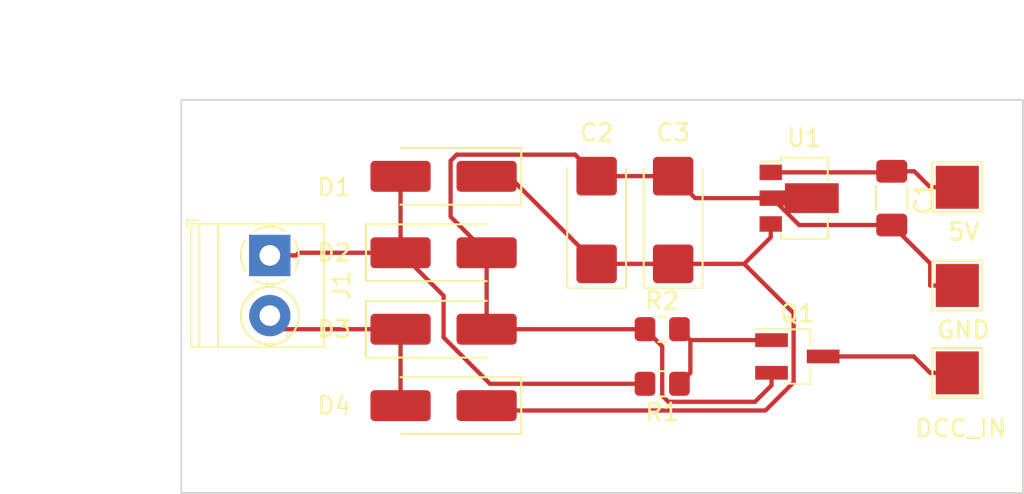
<source format=kicad_pcb>
(kicad_pcb (version 20221018) (generator pcbnew)
  (layers (0 "F.Cu" signal) (31 "B.Cu" signal) (34 "B.Paste" user) (35 "F.Paste" user) (36 "B.SilkS" user "B.Silkscreen") (37 "F.SilkS" user "F.Silkscreen") (38 "B.Mask" user) (39 "F.Mask" user) (44 "Edge.Cuts" user))
  (net 0 "")
  (net 1 "/+5V")
  (net 2 "GND")
  (net 3 "/+V")
  (net 4 "/DCC1")
  (net 5 "/DCC2")
  (net 6 "Net-(Q1-G)")
  (net 7 "/DCC_IN")
  (footprint "Diode_SMD:D_SMA_Handsoldering" (layer "F.Cu") (at 112.395 78.105 180)
    (fp_text reference "D4" (at 6.35 0) (layer "F.SilkS"))
    (fp_text value "RBR3L60AD" hide)
    (fp_line (start -4.51 -1.65) (end -4.51 1.65) (stroke (width 0.12)) (layer "F.SilkS"))
    (fp_line (start -4.51 -1.65) (end 2.5 -1.65) (stroke (width 0.12)) (layer "F.SilkS"))
    (fp_line (start -4.51 1.65) (end 2.5 1.65) (stroke (width 0.12)) (layer "F.SilkS"))
    (pad "1" smd roundrect (at -2.5 0 180) (size 3.5 1.8) (layers "F.Cu" "F.Paste" "F.Mask") (roundrect_rratio 0.1388888889) (net 3 "/+V"))
    (pad "2" smd roundrect (at 2.5 0 180) (size 3.5 1.8) (layers "F.Cu" "F.Paste" "F.Mask") (roundrect_rratio 0.1388888889) (net 5 "/DCC2"))
  )
  (footprint "Diode_SMD:D_SMA_Handsoldering" (layer "F.Cu") (at 112.395 69.215)
    (fp_text reference "D2" (at -6.35 0) (layer "F.SilkS"))
    (fp_text value "RBR3L60AD" hide)
    (fp_line (start -4.51 -1.65) (end -4.51 1.65) (stroke (width 0.12)) (layer "F.SilkS"))
    (fp_line (start -4.51 -1.65) (end 2.5 -1.65) (stroke (width 0.12)) (layer "F.SilkS"))
    (fp_line (start -4.51 1.65) (end 2.5 1.65) (stroke (width 0.12)) (layer "F.SilkS"))
    (pad "1" smd roundrect (at -2.5 0) (size 3.5 1.8) (layers "F.Cu" "F.Paste" "F.Mask") (roundrect_rratio 0.1388888889) (net 4 "/DCC1"))
    (pad "2" smd roundrect (at 2.5 0) (size 3.5 1.8) (layers "F.Cu" "F.Paste" "F.Mask") (roundrect_rratio 0.1388888889) (net 2 "GND"))
  )
  (footprint "Capacitor_SMD:C_1206_3216Metric_Pad1.33x1.80mm_HandSolder" (layer "F.Cu") (at 138.43 66.04 -90)
    (fp_text reference "C1" (at 0 -1.85 90) (layer "F.SilkS"))
    (fp_text value "10uf/16V")
    (fp_line (start -0.711252 -0.91) (end 0.711252 -0.91) (stroke (width 0.12)) (layer "F.SilkS"))
    (fp_line (start -0.711252 0.91) (end 0.711252 0.91) (stroke (width 0.12)) (layer "F.SilkS"))
    (pad "1" smd roundrect (at -1.5625 0 270) (size 1.325 1.8) (layers "F.Cu" "F.Paste" "F.Mask") (roundrect_rratio 0.188679) (net 1 "/+5V"))
    (pad "2" smd roundrect (at 1.5625 0 270) (size 1.325 1.8) (layers "F.Cu" "F.Paste" "F.Mask") (roundrect_rratio 0.188679) (net 2 "GND"))
  )
  (footprint "Diode_SMD:D_SMA_Handsoldering" (layer "F.Cu") (at 112.395 73.66)
    (fp_text reference "D3" (at -6.35 0) (layer "F.SilkS"))
    (fp_text value "RBR3L60AD" hide)
    (fp_line (start -4.51 -1.65) (end -4.51 1.65) (stroke (width 0.12)) (layer "F.SilkS"))
    (fp_line (start -4.51 -1.65) (end 2.5 -1.65) (stroke (width 0.12)) (layer "F.SilkS"))
    (fp_line (start -4.51 1.65) (end 2.5 1.65) (stroke (width 0.12)) (layer "F.SilkS"))
    (pad "1" smd roundrect (at -2.5 0) (size 3.5 1.8) (layers "F.Cu" "F.Paste" "F.Mask") (roundrect_rratio 0.1388888889) (net 5 "/DCC2"))
    (pad "2" smd roundrect (at 2.5 0) (size 3.5 1.8) (layers "F.Cu" "F.Paste" "F.Mask") (roundrect_rratio 0.1388888889) (net 2 "GND"))
  )
  (footprint "Diode_SMD:D_SMA_Handsoldering" (layer "F.Cu") (at 112.395 64.77 180)
    (fp_text reference "D1" (at 6.35 -0.635) (layer "F.SilkS"))
    (fp_text value "RBR3L60AD" hide)
    (fp_line (start -4.51 -1.65) (end -4.51 1.65) (stroke (width 0.12)) (layer "F.SilkS"))
    (fp_line (start -4.51 -1.65) (end 2.5 -1.65) (stroke (width 0.12)) (layer "F.SilkS"))
    (fp_line (start -4.51 1.65) (end 2.5 1.65) (stroke (width 0.12)) (layer "F.SilkS"))
    (pad "1" smd roundrect (at -2.5 0 180) (size 3.5 1.8) (layers "F.Cu" "F.Paste" "F.Mask") (roundrect_rratio 0.1388888889) (net 3 "/+V"))
    (pad "2" smd roundrect (at 2.5 0 180) (size 3.5 1.8) (layers "F.Cu" "F.Paste" "F.Mask") (roundrect_rratio 0.1388888889) (net 4 "/DCC1"))
  )
  (footprint "TestPoint:TestPoint_Pad_2.5x2.5mm" (layer "F.Cu") (at 142.24 76.2)
    (fp_text reference "TP1" hide)
    (fp_text value "TestPoint" hide)
    (fp_line (start -1.45 -1.45) (end 1.45 -1.45) (stroke (width 0.12)) (layer "F.SilkS"))
    (fp_line (start -1.45 1.45) (end -1.45 -1.45) (stroke (width 0.12)) (layer "F.SilkS"))
    (fp_line (start 1.45 -1.45) (end 1.45 1.45) (stroke (width 0.12)) (layer "F.SilkS"))
    (fp_line (start 1.45 1.45) (end -1.45 1.45) (stroke (width 0.12)) (layer "F.SilkS"))
    (pad "1" smd rect (at 0 0) (size 2.5 2.5) (layers "F.Cu" "F.Mask") (net 7 "/DCC_IN"))
  )
  (footprint "TestPoint:TestPoint_Pad_2.5x2.5mm" (layer "F.Cu") (at 142.24 65.405)
    (fp_text reference "TP3" hide)
    (fp_text value "TestPoint" hide)
    (fp_line (start -1.45 -1.45) (end 1.45 -1.45) (stroke (width 0.12)) (layer "F.SilkS"))
    (fp_line (start -1.45 1.45) (end -1.45 -1.45) (stroke (width 0.12)) (layer "F.SilkS"))
    (fp_line (start 1.45 -1.45) (end 1.45 1.45) (stroke (width 0.12)) (layer "F.SilkS"))
    (fp_line (start 1.45 1.45) (end -1.45 1.45) (stroke (width 0.12)) (layer "F.SilkS"))
    (pad "1" smd rect (at 0 0) (size 2.5 2.5) (layers "F.Cu" "F.Mask") (net 1 "/+5V"))
  )
  (footprint "TerminalBlock_Phoenix:TerminalBlock_Phoenix_PT-1,5-2-3.5-H_1x02_P3.50mm_Horizontal" (layer "F.Cu") (at 102.3 69.37 -90)
    (fp_text reference "J1" (at 1.75 -4.16 90) (layer "F.SilkS"))
    (fp_text value "Screw_Terminal_01x02" hide)
    (fp_line (start -2.05 4.16) (end -2.05 4.8) (stroke (width 0.12)) (layer "F.SilkS"))
    (fp_line (start -2.05 4.8) (end -1.65 4.8) (stroke (width 0.12)) (layer "F.SilkS"))
    (fp_line (start -1.81 -3.16) (end -1.81 4.56) (stroke (width 0.12)) (layer "F.SilkS"))
    (fp_line (start -1.81 -3.16) (end 5.31 -3.16) (stroke (width 0.12)) (layer "F.SilkS"))
    (fp_line (start -1.81 3) (end 5.31 3) (stroke (width 0.12)) (layer "F.SilkS"))
    (fp_line (start -1.81 4.1) (end 5.31 4.1) (stroke (width 0.12)) (layer "F.SilkS"))
    (fp_line (start -1.81 4.56) (end 5.31 4.56) (stroke (width 0.12)) (layer "F.SilkS"))
    (fp_line (start 2.355 0.941) (end 2.226 1.069) (stroke (width 0.12)) (layer "F.SilkS"))
    (fp_line (start 2.525 1.181) (end 2.431 1.274) (stroke (width 0.12)) (layer "F.SilkS"))
    (fp_line (start 4.57 -1.275) (end 4.476 -1.181) (stroke (width 0.12)) (layer "F.SilkS"))
    (fp_line (start 4.775 -1.069) (end 4.646 -0.941) (stroke (width 0.12)) (layer "F.SilkS"))
    (fp_line (start 5.31 -3.16) (end 5.31 4.56) (stroke (width 0.12)) (layer "F.SilkS"))
    (fp_arc (start -1.425358 0.889894) (mid -1.680286 0.014012) (end -1.44 -0.866) (stroke (width 0.12)) (layer "F.SilkS"))
    (fp_arc (start -0.889894 -1.425358) (mid -0.014012 -1.680286) (end 0.866 -1.44) (stroke (width 0.12)) (layer "F.SilkS"))
    (fp_arc (start 0.028674 1.680099) (mid -0.435535 1.622918) (end -0.866 1.44) (stroke (width 0.12)) (layer "F.SilkS"))
    (fp_arc (start 0.890264 1.424721) (mid 0.463071 1.61492) (end 0 1.68) (stroke (width 0.12)) (layer "F.SilkS"))
    (fp_arc (start 1.425504 -0.890193) (mid 1.680626 0.000476) (end 1.425 0.891) (stroke (width 0.12)) (layer "F.SilkS"))
    (fp_circle (center 3.5 0) (end 5.18 0) (stroke (width 0.12)) (fill none) (layer "F.SilkS"))
    (pad "1" thru_hole rect (at 0 0 270) (size 2.4 2.4) (drill 1.2) (layers "*.Cu" "*.Mask") (net 4 "/DCC1"))
    (pad "2" thru_hole circle (at 3.5 0 270) (size 2.4 2.4) (drill 1.2) (layers "*.Cu" "*.Mask") (net 5 "/DCC2"))
  )
  (footprint "Capacitor_Tantalum_SMD:CP_EIA-6032-20_AVX-F_Pad2.25x2.35mm_HandSolder" (layer "F.Cu") (at 125.73 67.31 90)
    (fp_text reference "C3" (at 5.08 0 180) (layer "F.SilkS"))
    (fp_text value "10uF/25v")
    (fp_line (start -3.935 -1.71) (end -3.935 1.71) (stroke (width 0.12)) (layer "F.SilkS"))
    (fp_line (start -3.935 1.71) (end 3 1.71) (stroke (width 0.12)) (layer "F.SilkS"))
    (fp_line (start 3 -1.71) (end -3.935 -1.71) (stroke (width 0.12)) (layer "F.SilkS"))
    (pad "1" smd roundrect (at -2.55 0 90) (size 2.25 2.35) (layers "F.Cu" "F.Paste" "F.Mask") (roundrect_rratio 0.111111) (net 3 "/+V"))
    (pad "2" smd roundrect (at 2.55 0 90) (size 2.25 2.35) (layers "F.Cu" "F.Paste" "F.Mask") (roundrect_rratio 0.111111) (net 2 "GND"))
  )
  (footprint "Resistor_SMD:R_0805_2012Metric_Pad1.20x1.40mm_HandSolder" (layer "F.Cu") (at 125.095 73.66)
    (fp_text reference "R2" (at 0 -1.65) (layer "F.SilkS"))
    (fp_text value "6k8")
    (fp_line (start -0.227064 -0.735) (end 0.227064 -0.735) (stroke (width 0.12)) (layer "F.SilkS"))
    (fp_line (start -0.227064 0.735) (end 0.227064 0.735) (stroke (width 0.12)) (layer "F.SilkS"))
    (pad "1" smd roundrect (at -1 0) (size 1.2 1.4) (layers "F.Cu" "F.Paste" "F.Mask") (roundrect_rratio 0.208333) (net 2 "GND"))
    (pad "2" smd roundrect (at 1 0) (size 1.2 1.4) (layers "F.Cu" "F.Paste" "F.Mask") (roundrect_rratio 0.208333) (net 6 "Net-(Q1-G)"))
  )
  (footprint "Package_TO_SOT_SMD:SOT-89-3" (layer "F.Cu") (at 133.35 66.04)
    (fp_text reference "U1" (at 0 -3.5) (layer "F.SilkS"))
    (fp_text value "AP7384-50Y")
    (fp_line (start -2.5 -2.13) (end -1.36 -2.13) (stroke (width 0.12)) (layer "F.SilkS"))
    (fp_line (start -1.36 -2.36) (end -1.36 -2.13) (stroke (width 0.12)) (layer "F.SilkS"))
    (fp_line (start -1.36 -2.36) (end 1.36 -2.36) (stroke (width 0.12)) (layer "F.SilkS"))
    (fp_line (start -1.36 2.36) (end -1.36 2.13) (stroke (width 0.12)) (layer "F.SilkS"))
    (fp_line (start 1.36 -2.36) (end 1.36 -1.05) (stroke (width 0.12)) (layer "F.SilkS"))
    (fp_line (start 1.36 1.05) (end 1.36 2.36) (stroke (width 0.12)) (layer "F.SilkS"))
    (fp_line (start 1.36 2.36) (end -1.36 2.36) (stroke (width 0.12)) (layer "F.SilkS"))
    (pad "1" smd rect (at -1.95 -1.5) (size 1.3 0.9) (layers "F.Cu" "F.Paste" "F.Mask") (net 1 "/+5V"))
    (pad "2" smd custom (at -1.8625 0) (size 1.475 0.9) (layers "F.Cu" "F.Paste" "F.Mask") (net 2 "GND") (options (clearance outline) (anchor rect)) (primitives (gr_poly (pts (xy 3.8625 0.8665) (xy 0.7375 0.8665) (xy 0.7375 -0.8665) (xy 3.8625 -0.8665)) (width 0) (fill yes))))
    (pad "3" smd rect (at -1.95 1.5) (size 1.3 0.9) (layers "F.Cu" "F.Paste" "F.Mask") (net 3 "/+V"))
  )
  (footprint "Package_TO_SOT_SMD:SOT-23_Handsoldering" (layer "F.Cu") (at 132.945 75.245)
    (fp_text reference "Q1" (at 0 -2.5) (layer "F.SilkS"))
    (fp_text value "2N7002BK")
    (fp_line (start 0.76 -1.58) (end -2.4 -1.58) (stroke (width 0.12)) (layer "F.SilkS"))
    (fp_line (start 0.76 -1.58) (end 0.76 -0.65) (stroke (width 0.12)) (layer "F.SilkS"))
    (fp_line (start 0.76 1.58) (end -0.7 1.58) (stroke (width 0.12)) (layer "F.SilkS"))
    (fp_line (start 0.76 1.58) (end 0.76 0.65) (stroke (width 0.12)) (layer "F.SilkS"))
    (pad "1" smd rect (at -1.5 -0.95) (size 1.9 0.8) (layers "F.Cu" "F.Paste" "F.Mask") (net 6 "Net-(Q1-G)"))
    (pad "2" smd rect (at -1.5 0.95) (size 1.9 0.8) (layers "F.Cu" "F.Paste" "F.Mask") (net 2 "GND"))
    (pad "3" smd rect (at 1.5 0) (size 1.9 0.8) (layers "F.Cu" "F.Paste" "F.Mask") (net 7 "/DCC_IN"))
  )
  (footprint "Resistor_SMD:R_0805_2012Metric_Pad1.20x1.40mm_HandSolder" (layer "F.Cu") (at 125.095 76.835 180)
    (fp_text reference "R1" (at 0 -1.65) (layer "F.SilkS"))
    (fp_text value "6k8")
    (fp_line (start -0.227064 -0.735) (end 0.227064 -0.735) (stroke (width 0.12)) (layer "F.SilkS"))
    (fp_line (start -0.227064 0.735) (end 0.227064 0.735) (stroke (width 0.12)) (layer "F.SilkS"))
    (pad "1" smd roundrect (at -1 0 180) (size 1.2 1.4) (layers "F.Cu" "F.Paste" "F.Mask") (roundrect_rratio 0.208333) (net 6 "Net-(Q1-G)"))
    (pad "2" smd roundrect (at 1 0 180) (size 1.2 1.4) (layers "F.Cu" "F.Paste" "F.Mask") (roundrect_rratio 0.208333) (net 4 "/DCC1"))
  )
  (footprint "TestPoint:TestPoint_Pad_2.5x2.5mm" (layer "F.Cu") (at 142.24 71.12)
    (fp_text reference "TP2" hide)
    (fp_text value "TestPoint" hide)
    (fp_line (start -1.45 -1.45) (end 1.45 -1.45) (stroke (width 0.12)) (layer "F.SilkS"))
    (fp_line (start -1.45 1.45) (end -1.45 -1.45) (stroke (width 0.12)) (layer "F.SilkS"))
    (fp_line (start 1.45 -1.45) (end 1.45 1.45) (stroke (width 0.12)) (layer "F.SilkS"))
    (fp_line (start 1.45 1.45) (end -1.45 1.45) (stroke (width 0.12)) (layer "F.SilkS"))
    (pad "1" smd rect (at 0 0) (size 2.5 2.5) (layers "F.Cu" "F.Mask") (net 2 "GND"))
  )
  (footprint "Capacitor_Tantalum_SMD:CP_EIA-6032-20_AVX-F_Pad2.25x2.35mm_HandSolder" (layer "F.Cu") (at 121.285 67.31 90)
    (fp_text reference "C2" (at 5.08 0 180) (layer "F.SilkS"))
    (fp_text value "10uF/25V" hide)
    (fp_line (start -3.935 -1.71) (end -3.935 1.71) (stroke (width 0.12)) (layer "F.SilkS"))
    (fp_line (start -3.935 1.71) (end 3 1.71) (stroke (width 0.12)) (layer "F.SilkS"))
    (fp_line (start 3 -1.71) (end -3.935 -1.71) (stroke (width 0.12)) (layer "F.SilkS"))
    (pad "1" smd roundrect (at -2.55 0 90) (size 2.25 2.35) (layers "F.Cu" "F.Paste" "F.Mask") (roundrect_rratio 0.111111) (net 3 "/+V"))
    (pad "2" smd roundrect (at 2.55 0 90) (size 2.25 2.35) (layers "F.Cu" "F.Paste" "F.Mask") (roundrect_rratio 0.111111) (net 2 "GND"))
  )
  (gr_line (start 97.155 60.325) (end 146.05 60.325) (stroke (width 0.1)) (layer "Edge.Cuts"))
  (gr_line (start 146.05 83.185) (end 97.155 83.185) (stroke (width 0.1)) (layer "Edge.Cuts"))
  (gr_line (start 97.155 83.185) (end 97.155 60.325) (stroke (width 0.1)) (layer "Edge.Cuts"))
  (gr_line (start 146.05 60.325) (end 146.05 83.185) (stroke (width 0.1)) (layer "Edge.Cuts"))
  (gr_text "5V\n" (at 141.605 68.58) (layer "F.SilkS") (effects (font (size 1 1)) (justify left bottom)))
  (gr_text "DCC_IN\n" (at 139.7 80.01) (layer "F.SilkS") (effects (font (size 1 1)) (justify left bottom)))
  (gr_text "GND\n" (at 140.97 74.295) (layer "F.SilkS") (effects (font (size 1 1)) (justify left bottom)))
  (segment (start 138.43 64.4775) (end 139.7356 64.4775) (width 0.25) (layer "F.Cu") (net 1))
  (segment (start 138.3675 64.54) (end 138.43 64.4775) (width 0.25) (layer "F.Cu") (net 1))
  (segment (start 142.24 65.405) (end 140.6631 65.405) (width 0.25) (layer "F.Cu") (net 1))
  (segment (start 139.7356 64.4775) (end 140.6631 65.405) (width 0.25) (layer "F.Cu") (net 1))
  (segment (start 131.4 64.54) (end 138.3675 64.54) (width 0.25) (layer "F.Cu") (net 1))
  (segment (start 125.4512 77.8799) (end 130.487 77.8799) (width 0.25) (layer "F.Cu") (net 2))
  (segment (start 131.4875 66.04) (end 127.01 66.04) (width 0.25) (layer "F.Cu") (net 2))
  (segment (start 113.1585 63.5101) (end 112.8022 63.8664) (width 0.25) (layer "F.Cu") (net 2))
  (segment (start 121.285 64.76) (end 125.73 64.76) (width 0.25) (layer "F.Cu") (net 2))
  (segment (start 112.8022 67.1222) (end 114.895 69.215) (width 0.25) (layer "F.Cu") (net 2))
  (segment (start 142.24 71.12) (end 140.6631 71.12) (width 0.25) (layer "F.Cu") (net 2))
  (segment (start 114.895 69.215) (end 114.895 73.66) (width 0.25) (layer "F.Cu") (net 2))
  (segment (start 112.8022 63.8664) (end 112.8022 67.1222) (width 0.25) (layer "F.Cu") (net 2))
  (segment (start 125.095 74.66) (end 125.095 77.5237) (width 0.25) (layer "F.Cu") (net 2))
  (segment (start 138.43 67.6025) (end 140.6631 69.8356) (width 0.25) (layer "F.Cu") (net 2))
  (segment (start 125.095 77.5237) (end 125.4512 77.8799) (width 0.25) (layer "F.Cu") (net 2))
  (segment (start 133.05 67.6025) (end 138.43 67.6025) (width 0.25) (layer "F.Cu") (net 2))
  (segment (start 127.01 66.04) (end 125.73 64.76) (width 0.25) (layer "F.Cu") (net 2))
  (segment (start 114.895 73.66) (end 124.095 73.66) (width 0.25) (layer "F.Cu") (net 2))
  (segment (start 131.445 76.195) (end 131.445 76.9219) (width 0.25) (layer "F.Cu") (net 2))
  (segment (start 130.487 77.8799) (end 131.445 76.9219) (width 0.25) (layer "F.Cu") (net 2))
  (segment (start 120.0351 63.5101) (end 113.1585 63.5101) (width 0.25) (layer "F.Cu") (net 2))
  (segment (start 131.4875 66.04) (end 133.05 67.6025) (width 0.25) (layer "F.Cu") (net 2))
  (segment (start 124.095 73.66) (end 125.095 74.66) (width 0.25) (layer "F.Cu") (net 2))
  (segment (start 121.285 64.76) (end 120.0351 63.5101) (width 0.25) (layer "F.Cu") (net 2))
  (segment (start 140.6631 69.8356) (end 140.6631 71.12) (width 0.25) (layer "F.Cu") (net 2))
  (segment (start 125.73 69.86) (end 121.285 69.86) (width 0.25) (layer "F.Cu") (net 3))
  (segment (start 129.8569 69.86) (end 131.4 68.3169) (width 0.25) (layer "F.Cu") (net 3))
  (segment (start 116.195 64.77) (end 114.895 64.77) (width 0.25) (layer "F.Cu") (net 3))
  (segment (start 131.4 67.54) (end 131.4 68.3169) (width 0.25) (layer "F.Cu") (net 3))
  (segment (start 114.895 78.105) (end 115.1774 78.3874) (width 0.25) (layer "F.Cu") (net 3))
  (segment (start 121.285 69.86) (end 116.195 64.77) (width 0.25) (layer "F.Cu") (net 3))
  (segment (start 132.7286 76.7517) (end 132.7286 72.7317) (width 0.25) (layer "F.Cu") (net 3))
  (segment (start 131.0929 78.3874) (end 132.7286 76.7517) (width 0.25) (layer "F.Cu") (net 3))
  (segment (start 115.1774 78.3874) (end 131.0929 78.3874) (width 0.25) (layer "F.Cu") (net 3))
  (segment (start 132.7286 72.7317) (end 129.8569 69.86) (width 0.25) (layer "F.Cu") (net 3))
  (segment (start 125.73 69.86) (end 129.8569 69.86) (width 0.25) (layer "F.Cu") (net 3))
  (segment (start 115.092 76.835) (end 124.095 76.835) (width 0.25) (layer "F.Cu") (net 4))
  (segment (start 102.3 69.37) (end 103.8269 69.37) (width 0.25) (layer "F.Cu") (net 4))
  (segment (start 112.395 71.715) (end 112.395 74.138) (width 0.25) (layer "F.Cu") (net 4))
  (segment (start 112.395 74.138) (end 115.092 76.835) (width 0.25) (layer "F.Cu") (net 4))
  (segment (start 109.895 69.215) (end 112.395 71.715) (width 0.25) (layer "F.Cu") (net 4))
  (segment (start 109.895 64.77) (end 109.895 69.215) (width 0.25) (layer "F.Cu") (net 4))
  (segment (start 103.8269 69.37) (end 103.9819 69.215) (width 0.25) (layer "F.Cu") (net 4))
  (segment (start 103.9819 69.215) (end 109.895 69.215) (width 0.25) (layer "F.Cu") (net 4))
  (segment (start 109.895 73.66) (end 103.09 73.66) (width 0.25) (layer "F.Cu") (net 5))
  (segment (start 109.895 78.105) (end 109.895 73.66) (width 0.25) (layer "F.Cu") (net 5))
  (segment (start 103.09 73.66) (end 102.3 72.87) (width 0.25) (layer "F.Cu") (net 5))
  (segment (start 131.445 74.295) (end 126.73 74.295) (width 0.25) (layer "F.Cu") (net 6))
  (segment (start 126.73 76.2) (end 126.095 76.835) (width 0.25) (layer "F.Cu") (net 6))
  (segment (start 126.73 74.295) (end 126.73 76.2) (width 0.25) (layer "F.Cu") (net 6))
  (segment (start 126.73 74.295) (end 126.095 73.66) (width 0.25) (layer "F.Cu") (net 6))
  (segment (start 134.445 75.245) (end 139.7081 75.245) (width 0.25) (layer "F.Cu") (net 7))
  (segment (start 142.24 76.2) (end 140.6631 76.2) (width 0.25) (layer "F.Cu") (net 7))
  (segment (start 139.7081 75.245) (end 140.6631 76.2) (width 0.25) (layer "F.Cu") (net 7))
)
</source>
